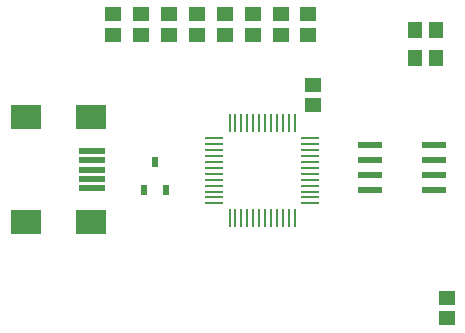
<source format=gtp>
G04 Layer_Color=8421504*
%FSLAX25Y25*%
%MOIN*%
G70*
G01*
G75*
%ADD10R,0.07874X0.02362*%
%ADD11R,0.05315X0.04528*%
%ADD12R,0.04528X0.05315*%
%ADD13R,0.02362X0.03543*%
%ADD14R,0.09842X0.07874*%
%ADD15R,0.09055X0.01968*%
%ADD16O,0.06102X0.00984*%
%ADD17O,0.00984X0.06102*%
D10*
X307874Y202658D02*
D03*
Y212657D02*
D03*
Y197658D02*
D03*
Y207658D02*
D03*
X286614Y202658D02*
D03*
Y207658D02*
D03*
Y197658D02*
D03*
Y212657D02*
D03*
D11*
X312205Y161811D02*
D03*
Y154921D02*
D03*
X266142Y249410D02*
D03*
Y256299D02*
D03*
X257087Y249311D02*
D03*
Y256201D02*
D03*
X229095Y249311D02*
D03*
Y256201D02*
D03*
X219724Y249311D02*
D03*
Y256201D02*
D03*
X247835Y249311D02*
D03*
Y256201D02*
D03*
X238464Y249311D02*
D03*
Y256201D02*
D03*
X200984Y249311D02*
D03*
Y256201D02*
D03*
X210354Y249311D02*
D03*
Y256201D02*
D03*
X267717Y232776D02*
D03*
Y225886D02*
D03*
D12*
X301673Y241634D02*
D03*
X308563D02*
D03*
X301772Y250886D02*
D03*
X308661D02*
D03*
D13*
X214961Y206890D02*
D03*
X218701Y197835D02*
D03*
X211221D02*
D03*
D14*
X171968Y186980D02*
D03*
Y222020D02*
D03*
X193622D02*
D03*
Y186980D02*
D03*
D15*
X194016Y210799D02*
D03*
Y207650D02*
D03*
Y204500D02*
D03*
Y201351D02*
D03*
Y198201D02*
D03*
D16*
X266535Y214862D02*
D03*
Y212894D02*
D03*
Y210925D02*
D03*
Y208957D02*
D03*
Y206988D02*
D03*
Y205020D02*
D03*
Y203051D02*
D03*
Y201083D02*
D03*
Y199114D02*
D03*
Y197146D02*
D03*
Y195177D02*
D03*
Y193209D02*
D03*
X234842D02*
D03*
Y195177D02*
D03*
Y197146D02*
D03*
Y199114D02*
D03*
Y201083D02*
D03*
Y203051D02*
D03*
Y205020D02*
D03*
Y206988D02*
D03*
Y208957D02*
D03*
Y210925D02*
D03*
Y212894D02*
D03*
Y214862D02*
D03*
D17*
X261516Y188189D02*
D03*
X259547D02*
D03*
X257579D02*
D03*
X255610D02*
D03*
X253642D02*
D03*
X251673D02*
D03*
X249705D02*
D03*
X247736D02*
D03*
X245768D02*
D03*
X243799D02*
D03*
X241831D02*
D03*
X239862D02*
D03*
Y219882D02*
D03*
X241831D02*
D03*
X243799D02*
D03*
X245768D02*
D03*
X247736D02*
D03*
X249705D02*
D03*
X251673D02*
D03*
X253642D02*
D03*
X255610D02*
D03*
X257579D02*
D03*
X259547D02*
D03*
X261516D02*
D03*
M02*

</source>
